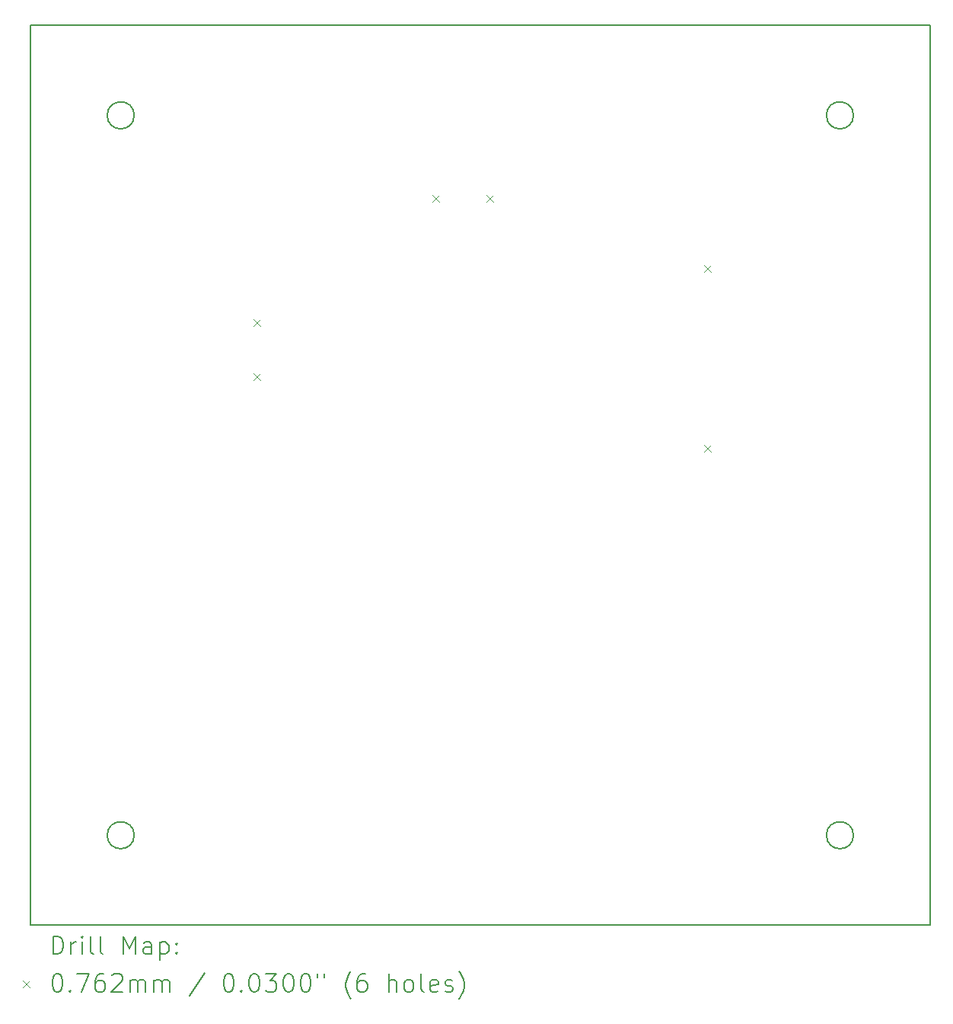
<source format=gbr>
%TF.GenerationSoftware,KiCad,Pcbnew,(6.0.7)*%
%TF.CreationDate,2022-09-05T14:44:41+08:00*%
%TF.ProjectId,6_1_3,365f315f-332e-46b6-9963-61645f706362,rev?*%
%TF.SameCoordinates,Original*%
%TF.FileFunction,Drillmap*%
%TF.FilePolarity,Positive*%
%FSLAX45Y45*%
G04 Gerber Fmt 4.5, Leading zero omitted, Abs format (unit mm)*
G04 Created by KiCad (PCBNEW (6.0.7)) date 2022-09-05 14:44:41*
%MOMM*%
%LPD*%
G01*
G04 APERTURE LIST*
%ADD10C,0.200000*%
%ADD11C,0.076200*%
G04 APERTURE END LIST*
D10*
X11150000Y-3000000D02*
G75*
G03*
X11150000Y-3000000I-150000J0D01*
G01*
X3150000Y-11000000D02*
G75*
G03*
X3150000Y-11000000I-150000J0D01*
G01*
X2000000Y-2000000D02*
X12000000Y-2000000D01*
X12000000Y-2000000D02*
X12000000Y-12000000D01*
X12000000Y-12000000D02*
X2000000Y-12000000D01*
X2000000Y-12000000D02*
X2000000Y-2000000D01*
X11150000Y-11000000D02*
G75*
G03*
X11150000Y-11000000I-150000J0D01*
G01*
X3150000Y-3000000D02*
G75*
G03*
X3150000Y-3000000I-150000J0D01*
G01*
D11*
X4478020Y-5265140D02*
X4554220Y-5341340D01*
X4554220Y-5265140D02*
X4478020Y-5341340D01*
X4478020Y-5865140D02*
X4554220Y-5941340D01*
X4554220Y-5865140D02*
X4478020Y-5941340D01*
X6464020Y-3883660D02*
X6540220Y-3959860D01*
X6540220Y-3883660D02*
X6464020Y-3959860D01*
X7064020Y-3883660D02*
X7140220Y-3959860D01*
X7140220Y-3883660D02*
X7064020Y-3959860D01*
X9486900Y-4666740D02*
X9563100Y-4742940D01*
X9563100Y-4666740D02*
X9486900Y-4742940D01*
X9486900Y-6666740D02*
X9563100Y-6742940D01*
X9563100Y-6666740D02*
X9486900Y-6742940D01*
D10*
X2247619Y-12320476D02*
X2247619Y-12120476D01*
X2295238Y-12120476D01*
X2323810Y-12130000D01*
X2342857Y-12149048D01*
X2352381Y-12168095D01*
X2361905Y-12206190D01*
X2361905Y-12234762D01*
X2352381Y-12272857D01*
X2342857Y-12291905D01*
X2323810Y-12310952D01*
X2295238Y-12320476D01*
X2247619Y-12320476D01*
X2447619Y-12320476D02*
X2447619Y-12187143D01*
X2447619Y-12225238D02*
X2457143Y-12206190D01*
X2466667Y-12196667D01*
X2485714Y-12187143D01*
X2504762Y-12187143D01*
X2571429Y-12320476D02*
X2571429Y-12187143D01*
X2571429Y-12120476D02*
X2561905Y-12130000D01*
X2571429Y-12139524D01*
X2580952Y-12130000D01*
X2571429Y-12120476D01*
X2571429Y-12139524D01*
X2695238Y-12320476D02*
X2676190Y-12310952D01*
X2666667Y-12291905D01*
X2666667Y-12120476D01*
X2800000Y-12320476D02*
X2780952Y-12310952D01*
X2771429Y-12291905D01*
X2771429Y-12120476D01*
X3028571Y-12320476D02*
X3028571Y-12120476D01*
X3095238Y-12263333D01*
X3161905Y-12120476D01*
X3161905Y-12320476D01*
X3342857Y-12320476D02*
X3342857Y-12215714D01*
X3333333Y-12196667D01*
X3314286Y-12187143D01*
X3276190Y-12187143D01*
X3257143Y-12196667D01*
X3342857Y-12310952D02*
X3323809Y-12320476D01*
X3276190Y-12320476D01*
X3257143Y-12310952D01*
X3247619Y-12291905D01*
X3247619Y-12272857D01*
X3257143Y-12253809D01*
X3276190Y-12244286D01*
X3323809Y-12244286D01*
X3342857Y-12234762D01*
X3438095Y-12187143D02*
X3438095Y-12387143D01*
X3438095Y-12196667D02*
X3457143Y-12187143D01*
X3495238Y-12187143D01*
X3514286Y-12196667D01*
X3523809Y-12206190D01*
X3533333Y-12225238D01*
X3533333Y-12282381D01*
X3523809Y-12301428D01*
X3514286Y-12310952D01*
X3495238Y-12320476D01*
X3457143Y-12320476D01*
X3438095Y-12310952D01*
X3619048Y-12301428D02*
X3628571Y-12310952D01*
X3619048Y-12320476D01*
X3609524Y-12310952D01*
X3619048Y-12301428D01*
X3619048Y-12320476D01*
X3619048Y-12196667D02*
X3628571Y-12206190D01*
X3619048Y-12215714D01*
X3609524Y-12206190D01*
X3619048Y-12196667D01*
X3619048Y-12215714D01*
D11*
X1913800Y-12611900D02*
X1990000Y-12688100D01*
X1990000Y-12611900D02*
X1913800Y-12688100D01*
D10*
X2285714Y-12540476D02*
X2304762Y-12540476D01*
X2323810Y-12550000D01*
X2333333Y-12559524D01*
X2342857Y-12578571D01*
X2352381Y-12616667D01*
X2352381Y-12664286D01*
X2342857Y-12702381D01*
X2333333Y-12721428D01*
X2323810Y-12730952D01*
X2304762Y-12740476D01*
X2285714Y-12740476D01*
X2266667Y-12730952D01*
X2257143Y-12721428D01*
X2247619Y-12702381D01*
X2238095Y-12664286D01*
X2238095Y-12616667D01*
X2247619Y-12578571D01*
X2257143Y-12559524D01*
X2266667Y-12550000D01*
X2285714Y-12540476D01*
X2438095Y-12721428D02*
X2447619Y-12730952D01*
X2438095Y-12740476D01*
X2428571Y-12730952D01*
X2438095Y-12721428D01*
X2438095Y-12740476D01*
X2514286Y-12540476D02*
X2647619Y-12540476D01*
X2561905Y-12740476D01*
X2809524Y-12540476D02*
X2771429Y-12540476D01*
X2752381Y-12550000D01*
X2742857Y-12559524D01*
X2723810Y-12588095D01*
X2714286Y-12626190D01*
X2714286Y-12702381D01*
X2723810Y-12721428D01*
X2733333Y-12730952D01*
X2752381Y-12740476D01*
X2790476Y-12740476D01*
X2809524Y-12730952D01*
X2819048Y-12721428D01*
X2828571Y-12702381D01*
X2828571Y-12654762D01*
X2819048Y-12635714D01*
X2809524Y-12626190D01*
X2790476Y-12616667D01*
X2752381Y-12616667D01*
X2733333Y-12626190D01*
X2723810Y-12635714D01*
X2714286Y-12654762D01*
X2904762Y-12559524D02*
X2914286Y-12550000D01*
X2933333Y-12540476D01*
X2980952Y-12540476D01*
X3000000Y-12550000D01*
X3009524Y-12559524D01*
X3019048Y-12578571D01*
X3019048Y-12597619D01*
X3009524Y-12626190D01*
X2895238Y-12740476D01*
X3019048Y-12740476D01*
X3104762Y-12740476D02*
X3104762Y-12607143D01*
X3104762Y-12626190D02*
X3114286Y-12616667D01*
X3133333Y-12607143D01*
X3161905Y-12607143D01*
X3180952Y-12616667D01*
X3190476Y-12635714D01*
X3190476Y-12740476D01*
X3190476Y-12635714D02*
X3200000Y-12616667D01*
X3219048Y-12607143D01*
X3247619Y-12607143D01*
X3266667Y-12616667D01*
X3276190Y-12635714D01*
X3276190Y-12740476D01*
X3371428Y-12740476D02*
X3371428Y-12607143D01*
X3371428Y-12626190D02*
X3380952Y-12616667D01*
X3400000Y-12607143D01*
X3428571Y-12607143D01*
X3447619Y-12616667D01*
X3457143Y-12635714D01*
X3457143Y-12740476D01*
X3457143Y-12635714D02*
X3466667Y-12616667D01*
X3485714Y-12607143D01*
X3514286Y-12607143D01*
X3533333Y-12616667D01*
X3542857Y-12635714D01*
X3542857Y-12740476D01*
X3933333Y-12530952D02*
X3761905Y-12788095D01*
X4190476Y-12540476D02*
X4209524Y-12540476D01*
X4228571Y-12550000D01*
X4238095Y-12559524D01*
X4247619Y-12578571D01*
X4257143Y-12616667D01*
X4257143Y-12664286D01*
X4247619Y-12702381D01*
X4238095Y-12721428D01*
X4228571Y-12730952D01*
X4209524Y-12740476D01*
X4190476Y-12740476D01*
X4171428Y-12730952D01*
X4161905Y-12721428D01*
X4152381Y-12702381D01*
X4142857Y-12664286D01*
X4142857Y-12616667D01*
X4152381Y-12578571D01*
X4161905Y-12559524D01*
X4171428Y-12550000D01*
X4190476Y-12540476D01*
X4342857Y-12721428D02*
X4352381Y-12730952D01*
X4342857Y-12740476D01*
X4333333Y-12730952D01*
X4342857Y-12721428D01*
X4342857Y-12740476D01*
X4476190Y-12540476D02*
X4495238Y-12540476D01*
X4514286Y-12550000D01*
X4523810Y-12559524D01*
X4533333Y-12578571D01*
X4542857Y-12616667D01*
X4542857Y-12664286D01*
X4533333Y-12702381D01*
X4523810Y-12721428D01*
X4514286Y-12730952D01*
X4495238Y-12740476D01*
X4476190Y-12740476D01*
X4457143Y-12730952D01*
X4447619Y-12721428D01*
X4438095Y-12702381D01*
X4428571Y-12664286D01*
X4428571Y-12616667D01*
X4438095Y-12578571D01*
X4447619Y-12559524D01*
X4457143Y-12550000D01*
X4476190Y-12540476D01*
X4609524Y-12540476D02*
X4733333Y-12540476D01*
X4666667Y-12616667D01*
X4695238Y-12616667D01*
X4714286Y-12626190D01*
X4723810Y-12635714D01*
X4733333Y-12654762D01*
X4733333Y-12702381D01*
X4723810Y-12721428D01*
X4714286Y-12730952D01*
X4695238Y-12740476D01*
X4638095Y-12740476D01*
X4619048Y-12730952D01*
X4609524Y-12721428D01*
X4857143Y-12540476D02*
X4876190Y-12540476D01*
X4895238Y-12550000D01*
X4904762Y-12559524D01*
X4914286Y-12578571D01*
X4923810Y-12616667D01*
X4923810Y-12664286D01*
X4914286Y-12702381D01*
X4904762Y-12721428D01*
X4895238Y-12730952D01*
X4876190Y-12740476D01*
X4857143Y-12740476D01*
X4838095Y-12730952D01*
X4828571Y-12721428D01*
X4819048Y-12702381D01*
X4809524Y-12664286D01*
X4809524Y-12616667D01*
X4819048Y-12578571D01*
X4828571Y-12559524D01*
X4838095Y-12550000D01*
X4857143Y-12540476D01*
X5047619Y-12540476D02*
X5066667Y-12540476D01*
X5085714Y-12550000D01*
X5095238Y-12559524D01*
X5104762Y-12578571D01*
X5114286Y-12616667D01*
X5114286Y-12664286D01*
X5104762Y-12702381D01*
X5095238Y-12721428D01*
X5085714Y-12730952D01*
X5066667Y-12740476D01*
X5047619Y-12740476D01*
X5028571Y-12730952D01*
X5019048Y-12721428D01*
X5009524Y-12702381D01*
X5000000Y-12664286D01*
X5000000Y-12616667D01*
X5009524Y-12578571D01*
X5019048Y-12559524D01*
X5028571Y-12550000D01*
X5047619Y-12540476D01*
X5190476Y-12540476D02*
X5190476Y-12578571D01*
X5266667Y-12540476D02*
X5266667Y-12578571D01*
X5561905Y-12816667D02*
X5552381Y-12807143D01*
X5533333Y-12778571D01*
X5523810Y-12759524D01*
X5514286Y-12730952D01*
X5504762Y-12683333D01*
X5504762Y-12645238D01*
X5514286Y-12597619D01*
X5523810Y-12569048D01*
X5533333Y-12550000D01*
X5552381Y-12521428D01*
X5561905Y-12511905D01*
X5723809Y-12540476D02*
X5685714Y-12540476D01*
X5666667Y-12550000D01*
X5657143Y-12559524D01*
X5638095Y-12588095D01*
X5628571Y-12626190D01*
X5628571Y-12702381D01*
X5638095Y-12721428D01*
X5647619Y-12730952D01*
X5666667Y-12740476D01*
X5704762Y-12740476D01*
X5723809Y-12730952D01*
X5733333Y-12721428D01*
X5742857Y-12702381D01*
X5742857Y-12654762D01*
X5733333Y-12635714D01*
X5723809Y-12626190D01*
X5704762Y-12616667D01*
X5666667Y-12616667D01*
X5647619Y-12626190D01*
X5638095Y-12635714D01*
X5628571Y-12654762D01*
X5980952Y-12740476D02*
X5980952Y-12540476D01*
X6066667Y-12740476D02*
X6066667Y-12635714D01*
X6057143Y-12616667D01*
X6038095Y-12607143D01*
X6009524Y-12607143D01*
X5990476Y-12616667D01*
X5980952Y-12626190D01*
X6190476Y-12740476D02*
X6171428Y-12730952D01*
X6161905Y-12721428D01*
X6152381Y-12702381D01*
X6152381Y-12645238D01*
X6161905Y-12626190D01*
X6171428Y-12616667D01*
X6190476Y-12607143D01*
X6219048Y-12607143D01*
X6238095Y-12616667D01*
X6247619Y-12626190D01*
X6257143Y-12645238D01*
X6257143Y-12702381D01*
X6247619Y-12721428D01*
X6238095Y-12730952D01*
X6219048Y-12740476D01*
X6190476Y-12740476D01*
X6371428Y-12740476D02*
X6352381Y-12730952D01*
X6342857Y-12711905D01*
X6342857Y-12540476D01*
X6523809Y-12730952D02*
X6504762Y-12740476D01*
X6466667Y-12740476D01*
X6447619Y-12730952D01*
X6438095Y-12711905D01*
X6438095Y-12635714D01*
X6447619Y-12616667D01*
X6466667Y-12607143D01*
X6504762Y-12607143D01*
X6523809Y-12616667D01*
X6533333Y-12635714D01*
X6533333Y-12654762D01*
X6438095Y-12673809D01*
X6609524Y-12730952D02*
X6628571Y-12740476D01*
X6666667Y-12740476D01*
X6685714Y-12730952D01*
X6695238Y-12711905D01*
X6695238Y-12702381D01*
X6685714Y-12683333D01*
X6666667Y-12673809D01*
X6638095Y-12673809D01*
X6619048Y-12664286D01*
X6609524Y-12645238D01*
X6609524Y-12635714D01*
X6619048Y-12616667D01*
X6638095Y-12607143D01*
X6666667Y-12607143D01*
X6685714Y-12616667D01*
X6761905Y-12816667D02*
X6771428Y-12807143D01*
X6790476Y-12778571D01*
X6800000Y-12759524D01*
X6809524Y-12730952D01*
X6819048Y-12683333D01*
X6819048Y-12645238D01*
X6809524Y-12597619D01*
X6800000Y-12569048D01*
X6790476Y-12550000D01*
X6771428Y-12521428D01*
X6761905Y-12511905D01*
M02*

</source>
